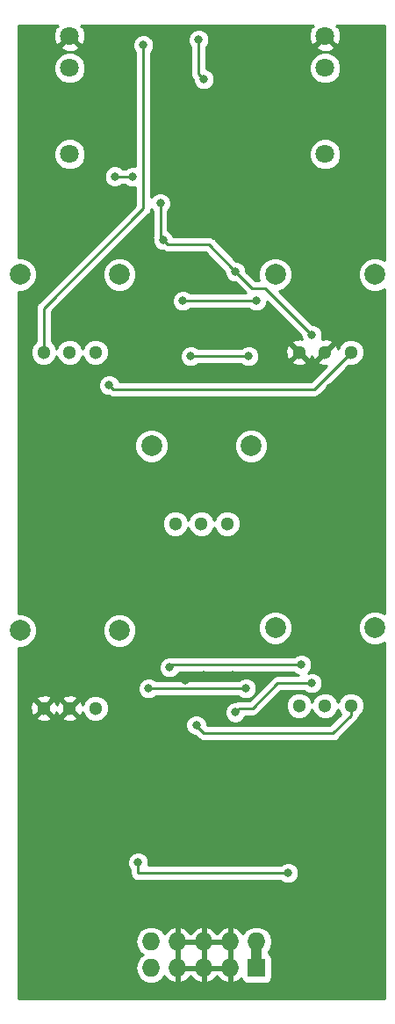
<source format=gbr>
G04 #@! TF.GenerationSoftware,KiCad,Pcbnew,5.0.2+dfsg1-1~bpo9+1*
G04 #@! TF.CreationDate,2019-04-11T13:04:55-07:00*
G04 #@! TF.ProjectId,Drum,4472756d-2e6b-4696-9361-645f70636258,rev?*
G04 #@! TF.SameCoordinates,Original*
G04 #@! TF.FileFunction,Copper,L1,Top*
G04 #@! TF.FilePolarity,Positive*
%FSLAX46Y46*%
G04 Gerber Fmt 4.6, Leading zero omitted, Abs format (unit mm)*
G04 Created by KiCad (PCBNEW 5.0.2+dfsg1-1~bpo9+1) date Thu 11 Apr 2019 01:04:55 PM PDT*
%MOMM*%
%LPD*%
G01*
G04 APERTURE LIST*
G04 #@! TA.AperFunction,ComponentPad*
%ADD10C,1.800000*%
G04 #@! TD*
G04 #@! TA.AperFunction,ComponentPad*
%ADD11C,2.000000*%
G04 #@! TD*
G04 #@! TA.AperFunction,ComponentPad*
%ADD12C,1.300000*%
G04 #@! TD*
G04 #@! TA.AperFunction,ComponentPad*
%ADD13O,1.727200X1.727200*%
G04 #@! TD*
G04 #@! TA.AperFunction,ComponentPad*
%ADD14R,1.727200X1.727200*%
G04 #@! TD*
G04 #@! TA.AperFunction,ViaPad*
%ADD15C,0.800000*%
G04 #@! TD*
G04 #@! TA.AperFunction,Conductor*
%ADD16C,0.250000*%
G04 #@! TD*
G04 #@! TA.AperFunction,Conductor*
%ADD17C,1.000000*%
G04 #@! TD*
G04 #@! TA.AperFunction,Conductor*
%ADD18C,0.254000*%
G04 #@! TD*
G04 APERTURE END LIST*
D10*
G04 #@! TO.P,J1,3*
G04 #@! TO.N,Net-(J1-Pad3)*
X144780000Y-60800000D03*
G04 #@! TO.P,J1,1*
G04 #@! TO.N,GND*
X144780000Y-49400000D03*
G04 #@! TO.P,J1,2*
G04 #@! TO.N,Net-(J1-Pad2)*
X144780000Y-52500000D03*
G04 #@! TD*
D11*
G04 #@! TO.P,RV1,*
G04 #@! TO.N,*
X174218000Y-72390000D03*
X164618000Y-72390000D03*
D12*
G04 #@! TO.P,RV1,3*
G04 #@! TO.N,Net-(R7-Pad1)*
X171918000Y-79890000D03*
G04 #@! TO.P,RV1,2*
G04 #@! TO.N,GND*
X169418000Y-79890000D03*
G04 #@! TO.P,RV1,1*
X166918000Y-79890000D03*
G04 #@! TD*
D11*
G04 #@! TO.P,RV3,*
G04 #@! TO.N,*
X162280000Y-88900000D03*
X152680000Y-88900000D03*
D12*
G04 #@! TO.P,RV3,3*
G04 #@! TO.N,Net-(R9-Pad2)*
X159980000Y-96400000D03*
G04 #@! TO.P,RV3,2*
G04 #@! TO.N,Net-(RV3-Pad1)*
X157480000Y-96400000D03*
G04 #@! TO.P,RV3,1*
X154980000Y-96400000D03*
G04 #@! TD*
D11*
G04 #@! TO.P,RV5,*
G04 #@! TO.N,*
X174218000Y-106426000D03*
X164618000Y-106426000D03*
D12*
G04 #@! TO.P,RV5,3*
G04 #@! TO.N,Net-(RV5-Pad3)*
X171918000Y-113926000D03*
G04 #@! TO.P,RV5,2*
G04 #@! TO.N,Net-(R12-Pad1)*
X169418000Y-113926000D03*
G04 #@! TO.P,RV5,1*
X166918000Y-113926000D03*
G04 #@! TD*
D11*
G04 #@! TO.P,RV4,*
G04 #@! TO.N,*
X149580000Y-106680000D03*
X139980000Y-106680000D03*
D12*
G04 #@! TO.P,RV4,3*
G04 #@! TO.N,Net-(R11-Pad1)*
X147280000Y-114180000D03*
G04 #@! TO.P,RV4,2*
G04 #@! TO.N,GND*
X144780000Y-114180000D03*
G04 #@! TO.P,RV4,1*
X142280000Y-114180000D03*
G04 #@! TD*
D11*
G04 #@! TO.P,RV2,*
G04 #@! TO.N,*
X149580000Y-72390000D03*
X139980000Y-72390000D03*
D12*
G04 #@! TO.P,RV2,3*
G04 #@! TO.N,Net-(R6-Pad2)*
X147280000Y-79890000D03*
G04 #@! TO.P,RV2,2*
X144780000Y-79890000D03*
G04 #@! TO.P,RV2,1*
G04 #@! TO.N,Net-(C7-Pad1)*
X142280000Y-79890000D03*
G04 #@! TD*
D13*
G04 #@! TO.P,J3,10*
G04 #@! TO.N,Net-(D1-Pad2)*
X152654000Y-136652000D03*
G04 #@! TO.P,J3,9*
X152654000Y-139192000D03*
G04 #@! TO.P,J3,8*
G04 #@! TO.N,GND*
X155194000Y-136652000D03*
G04 #@! TO.P,J3,7*
X155194000Y-139192000D03*
G04 #@! TO.P,J3,6*
X157734000Y-136652000D03*
G04 #@! TO.P,J3,5*
X157734000Y-139192000D03*
G04 #@! TO.P,J3,4*
X160274000Y-136652000D03*
G04 #@! TO.P,J3,3*
X160274000Y-139192000D03*
G04 #@! TO.P,J3,2*
G04 #@! TO.N,Net-(D2-Pad1)*
X162814000Y-136652000D03*
D14*
G04 #@! TO.P,J3,1*
X162814000Y-139192000D03*
G04 #@! TD*
D10*
G04 #@! TO.P,J2,3*
G04 #@! TO.N,Net-(C10-Pad2)*
X169418000Y-60800000D03*
G04 #@! TO.P,J2,1*
G04 #@! TO.N,GND*
X169418000Y-49400000D03*
G04 #@! TO.P,J2,2*
G04 #@! TO.N,Net-(J2-Pad2)*
X169418000Y-52500000D03*
G04 #@! TD*
D15*
G04 #@! TO.N,+5V*
X168148000Y-111760000D03*
G04 #@! TO.N,GND*
X160528000Y-59944000D03*
X156464000Y-60452000D03*
X154686000Y-57150000D03*
X143764000Y-58674000D03*
X141478000Y-52070000D03*
X154178000Y-51054000D03*
X159512000Y-52832000D03*
X163830000Y-68580000D03*
X155702000Y-72390000D03*
X153162000Y-79502000D03*
X150876000Y-76708000D03*
X165862000Y-84836000D03*
X169926000Y-83312000D03*
X150368000Y-100076000D03*
X153162000Y-109220000D03*
X156210000Y-104648000D03*
X155956000Y-111506000D03*
X160528000Y-110998000D03*
X157734000Y-110998000D03*
X154940000Y-123952000D03*
X156464000Y-122682000D03*
X159512000Y-131572000D03*
X167132000Y-136398000D03*
X146812000Y-118872000D03*
X170942000Y-94488000D03*
X163830000Y-95504000D03*
X170180000Y-72136000D03*
X171450000Y-57150000D03*
X144018000Y-65278000D03*
X144272000Y-85344000D03*
X147574000Y-112014000D03*
X141732000Y-122174000D03*
G04 #@! TO.N,Net-(R10-Pad1)*
X167132000Y-109982000D03*
X154432000Y-110236000D03*
G04 #@! TO.N,Net-(C7-Pad1)*
X151892000Y-50292000D03*
G04 #@! TO.N,Net-(R7-Pad1)*
X148590000Y-83058000D03*
G04 #@! TO.N,+5V*
X153526000Y-65532000D03*
X153822000Y-69088000D03*
X149148637Y-62941363D03*
X150876000Y-62992000D03*
X160768500Y-114567500D03*
X168148000Y-78232000D03*
X160782000Y-72136000D03*
G04 #@! TO.N,+12V*
X157226000Y-49784000D03*
X162052000Y-80264000D03*
X157734000Y-53594000D03*
X156464000Y-80264000D03*
G04 #@! TO.N,-12V*
X165862000Y-130048000D03*
X151384000Y-129032000D03*
X162814000Y-74930000D03*
X155702000Y-74930000D03*
G04 #@! TO.N,Net-(C15-Pad2)*
X152400000Y-112268000D03*
X161798000Y-112268000D03*
G04 #@! TO.N,Net-(RV5-Pad3)*
X156999990Y-115796010D03*
G04 #@! TD*
D16*
G04 #@! TO.N,Net-(R10-Pad1)*
X154686000Y-109982000D02*
X154432000Y-110236000D01*
X167132000Y-109982000D02*
X154686000Y-109982000D01*
G04 #@! TO.N,Net-(C7-Pad1)*
X142280000Y-79890000D02*
X142280000Y-75652000D01*
X142280000Y-75652000D02*
X151892000Y-66040000D01*
X151892000Y-66040000D02*
X151892000Y-50292000D01*
G04 #@! TO.N,Net-(R7-Pad1)*
X171268001Y-80539999D02*
X171918000Y-79890000D01*
X168350001Y-83457999D02*
X171268001Y-80539999D01*
X148989999Y-83457999D02*
X168350001Y-83457999D01*
X148590000Y-83058000D02*
X148989999Y-83457999D01*
G04 #@! TO.N,+5V*
X153526000Y-68792000D02*
X153822000Y-69088000D01*
X153526000Y-65532000D02*
X153526000Y-68792000D01*
X150876000Y-62992000D02*
X149148637Y-62941363D01*
X161168499Y-114167501D02*
X162438499Y-114167501D01*
X160768500Y-114567500D02*
X161168499Y-114167501D01*
X164846000Y-111760000D02*
X168148000Y-111760000D01*
X162438499Y-114167501D02*
X164846000Y-111760000D01*
X163631001Y-73715001D02*
X168148000Y-78232000D01*
X162361001Y-73715001D02*
X163631001Y-73715001D01*
X153822000Y-69088000D02*
X154221999Y-69487999D01*
X158242000Y-69487999D02*
X160528000Y-71882000D01*
X154221999Y-69487999D02*
X158242000Y-69487999D01*
X160528000Y-71882000D02*
X160782000Y-72136000D01*
X160782000Y-72136000D02*
X162361001Y-73715001D01*
G04 #@! TO.N,+12V*
X157226000Y-49784000D02*
X156972000Y-49784000D01*
X162052000Y-80264000D02*
X162052000Y-80264000D01*
X157226000Y-53086000D02*
X157734000Y-53594000D01*
X157226000Y-49784000D02*
X157226000Y-53086000D01*
X162052000Y-80264000D02*
X156464000Y-80264000D01*
G04 #@! TO.N,-12V*
X151384000Y-129032000D02*
X151384000Y-130048000D01*
X151384000Y-130048000D02*
X165296315Y-130048000D01*
X165296315Y-130048000D02*
X165862000Y-130048000D01*
X162814000Y-74930000D02*
X155702000Y-74930000D01*
D17*
G04 #@! TO.N,Net-(D2-Pad1)*
X162814000Y-136652000D02*
X162814000Y-139192000D01*
D16*
G04 #@! TO.N,Net-(C15-Pad2)*
X161798000Y-112268000D02*
X152400000Y-112268000D01*
G04 #@! TO.N,Net-(RV5-Pad3)*
X171918000Y-114845238D02*
X170177238Y-116586000D01*
X171918000Y-113926000D02*
X171918000Y-114845238D01*
X170177238Y-116586000D02*
X157734000Y-116586000D01*
X157734000Y-116586000D02*
X156972000Y-115824000D01*
G04 #@! TD*
D18*
G04 #@! TO.N,GND*
G36*
X143699839Y-48499447D02*
X143443357Y-48585852D01*
X143233542Y-49159336D01*
X143259161Y-49769460D01*
X143443357Y-50214148D01*
X143699841Y-50300554D01*
X144600395Y-49400000D01*
X144586253Y-49385858D01*
X144765858Y-49206253D01*
X144780000Y-49220395D01*
X144794143Y-49206253D01*
X144973748Y-49385858D01*
X144959605Y-49400000D01*
X145860159Y-50300554D01*
X146116643Y-50214148D01*
X146326458Y-49640664D01*
X146300839Y-49030540D01*
X146116643Y-48585852D01*
X145860161Y-48499447D01*
X145972608Y-48387000D01*
X168225392Y-48387000D01*
X168337839Y-48499447D01*
X168081357Y-48585852D01*
X167871542Y-49159336D01*
X167897161Y-49769460D01*
X168081357Y-50214148D01*
X168337841Y-50300554D01*
X169238395Y-49400000D01*
X169224253Y-49385858D01*
X169403858Y-49206253D01*
X169418000Y-49220395D01*
X169432143Y-49206253D01*
X169611748Y-49385858D01*
X169597605Y-49400000D01*
X170498159Y-50300554D01*
X170754643Y-50214148D01*
X170964458Y-49640664D01*
X170938839Y-49030540D01*
X170754643Y-48585852D01*
X170498161Y-48499447D01*
X170610608Y-48387000D01*
X175133000Y-48387000D01*
X175133000Y-70999294D01*
X174543222Y-70755000D01*
X173892778Y-70755000D01*
X173291847Y-71003914D01*
X172831914Y-71463847D01*
X172583000Y-72064778D01*
X172583000Y-72715222D01*
X172831914Y-73316153D01*
X173291847Y-73776086D01*
X173892778Y-74025000D01*
X174543222Y-74025000D01*
X175133000Y-73780706D01*
X175133000Y-105035294D01*
X174543222Y-104791000D01*
X173892778Y-104791000D01*
X173291847Y-105039914D01*
X172831914Y-105499847D01*
X172583000Y-106100778D01*
X172583000Y-106751222D01*
X172831914Y-107352153D01*
X173291847Y-107812086D01*
X173892778Y-108061000D01*
X174543222Y-108061000D01*
X175133000Y-107816706D01*
X175133000Y-142113000D01*
X139827000Y-142113000D01*
X139827000Y-136652000D01*
X151126041Y-136652000D01*
X151242350Y-137236725D01*
X151573570Y-137732430D01*
X151857281Y-137922000D01*
X151573570Y-138111570D01*
X151242350Y-138607275D01*
X151126041Y-139192000D01*
X151242350Y-139776725D01*
X151573570Y-140272430D01*
X152069275Y-140603650D01*
X152506402Y-140690600D01*
X152801598Y-140690600D01*
X153238725Y-140603650D01*
X153734430Y-140272430D01*
X153935854Y-139970979D01*
X153987179Y-140080490D01*
X154419053Y-140474688D01*
X154834974Y-140646958D01*
X155067000Y-140525817D01*
X155067000Y-139319000D01*
X155321000Y-139319000D01*
X155321000Y-140525817D01*
X155553026Y-140646958D01*
X155968947Y-140474688D01*
X156400821Y-140080490D01*
X156464000Y-139945687D01*
X156527179Y-140080490D01*
X156959053Y-140474688D01*
X157374974Y-140646958D01*
X157607000Y-140525817D01*
X157607000Y-139319000D01*
X157861000Y-139319000D01*
X157861000Y-140525817D01*
X158093026Y-140646958D01*
X158508947Y-140474688D01*
X158940821Y-140080490D01*
X159004000Y-139945687D01*
X159067179Y-140080490D01*
X159499053Y-140474688D01*
X159914974Y-140646958D01*
X160147000Y-140525817D01*
X160147000Y-139319000D01*
X157861000Y-139319000D01*
X157607000Y-139319000D01*
X155321000Y-139319000D01*
X155067000Y-139319000D01*
X155047000Y-139319000D01*
X155047000Y-139065000D01*
X155067000Y-139065000D01*
X155067000Y-136779000D01*
X155321000Y-136779000D01*
X155321000Y-139065000D01*
X157607000Y-139065000D01*
X157607000Y-136779000D01*
X157861000Y-136779000D01*
X157861000Y-139065000D01*
X160147000Y-139065000D01*
X160147000Y-136779000D01*
X157861000Y-136779000D01*
X157607000Y-136779000D01*
X155321000Y-136779000D01*
X155067000Y-136779000D01*
X155047000Y-136779000D01*
X155047000Y-136525000D01*
X155067000Y-136525000D01*
X155067000Y-135318183D01*
X155321000Y-135318183D01*
X155321000Y-136525000D01*
X157607000Y-136525000D01*
X157607000Y-135318183D01*
X157861000Y-135318183D01*
X157861000Y-136525000D01*
X160147000Y-136525000D01*
X160147000Y-135318183D01*
X160401000Y-135318183D01*
X160401000Y-136525000D01*
X160421000Y-136525000D01*
X160421000Y-136779000D01*
X160401000Y-136779000D01*
X160401000Y-139065000D01*
X160421000Y-139065000D01*
X160421000Y-139319000D01*
X160401000Y-139319000D01*
X160401000Y-140525817D01*
X160633026Y-140646958D01*
X161048947Y-140474688D01*
X161334480Y-140214064D01*
X161352243Y-140303365D01*
X161492591Y-140513409D01*
X161702635Y-140653757D01*
X161950400Y-140703040D01*
X163677600Y-140703040D01*
X163925365Y-140653757D01*
X164135409Y-140513409D01*
X164275757Y-140303365D01*
X164325040Y-140055600D01*
X164325040Y-138328400D01*
X164275757Y-138080635D01*
X164135409Y-137870591D01*
X163949000Y-137746036D01*
X163949000Y-137650760D01*
X164225650Y-137236725D01*
X164341959Y-136652000D01*
X164225650Y-136067275D01*
X163894430Y-135571570D01*
X163398725Y-135240350D01*
X162961598Y-135153400D01*
X162666402Y-135153400D01*
X162229275Y-135240350D01*
X161733570Y-135571570D01*
X161532146Y-135873021D01*
X161480821Y-135763510D01*
X161048947Y-135369312D01*
X160633026Y-135197042D01*
X160401000Y-135318183D01*
X160147000Y-135318183D01*
X159914974Y-135197042D01*
X159499053Y-135369312D01*
X159067179Y-135763510D01*
X159004000Y-135898313D01*
X158940821Y-135763510D01*
X158508947Y-135369312D01*
X158093026Y-135197042D01*
X157861000Y-135318183D01*
X157607000Y-135318183D01*
X157374974Y-135197042D01*
X156959053Y-135369312D01*
X156527179Y-135763510D01*
X156464000Y-135898313D01*
X156400821Y-135763510D01*
X155968947Y-135369312D01*
X155553026Y-135197042D01*
X155321000Y-135318183D01*
X155067000Y-135318183D01*
X154834974Y-135197042D01*
X154419053Y-135369312D01*
X153987179Y-135763510D01*
X153935854Y-135873021D01*
X153734430Y-135571570D01*
X153238725Y-135240350D01*
X152801598Y-135153400D01*
X152506402Y-135153400D01*
X152069275Y-135240350D01*
X151573570Y-135571570D01*
X151242350Y-136067275D01*
X151126041Y-136652000D01*
X139827000Y-136652000D01*
X139827000Y-128826126D01*
X150349000Y-128826126D01*
X150349000Y-129237874D01*
X150506569Y-129618280D01*
X150624001Y-129735712D01*
X150624001Y-129973144D01*
X150609111Y-130048000D01*
X150668096Y-130344537D01*
X150836071Y-130595929D01*
X151087463Y-130763904D01*
X151309148Y-130808000D01*
X151384000Y-130822889D01*
X151458852Y-130808000D01*
X165158289Y-130808000D01*
X165275720Y-130925431D01*
X165656126Y-131083000D01*
X166067874Y-131083000D01*
X166448280Y-130925431D01*
X166739431Y-130634280D01*
X166897000Y-130253874D01*
X166897000Y-129842126D01*
X166739431Y-129461720D01*
X166448280Y-129170569D01*
X166067874Y-129013000D01*
X165656126Y-129013000D01*
X165275720Y-129170569D01*
X165158289Y-129288000D01*
X152398237Y-129288000D01*
X152419000Y-129237874D01*
X152419000Y-128826126D01*
X152261431Y-128445720D01*
X151970280Y-128154569D01*
X151589874Y-127997000D01*
X151178126Y-127997000D01*
X150797720Y-128154569D01*
X150506569Y-128445720D01*
X150349000Y-128826126D01*
X139827000Y-128826126D01*
X139827000Y-115590136D01*
X155964990Y-115590136D01*
X155964990Y-116001884D01*
X156122559Y-116382290D01*
X156413710Y-116673441D01*
X156794116Y-116831010D01*
X156904208Y-116831010D01*
X157143671Y-117070473D01*
X157186071Y-117133929D01*
X157249527Y-117176329D01*
X157437462Y-117301904D01*
X157485605Y-117311480D01*
X157659148Y-117346000D01*
X157659152Y-117346000D01*
X157734000Y-117360888D01*
X157808848Y-117346000D01*
X170102391Y-117346000D01*
X170177238Y-117360888D01*
X170252085Y-117346000D01*
X170252090Y-117346000D01*
X170473775Y-117301904D01*
X170725167Y-117133929D01*
X170767569Y-117070470D01*
X172402473Y-115435567D01*
X172465929Y-115393167D01*
X172633904Y-115141775D01*
X172662313Y-114998952D01*
X173007371Y-114653894D01*
X173203000Y-114181602D01*
X173203000Y-113670398D01*
X173007371Y-113198106D01*
X172645894Y-112836629D01*
X172173602Y-112641000D01*
X171662398Y-112641000D01*
X171190106Y-112836629D01*
X170828629Y-113198106D01*
X170668000Y-113585900D01*
X170507371Y-113198106D01*
X170145894Y-112836629D01*
X169673602Y-112641000D01*
X169162398Y-112641000D01*
X168690106Y-112836629D01*
X168328629Y-113198106D01*
X168168000Y-113585900D01*
X168007371Y-113198106D01*
X167645894Y-112836629D01*
X167173602Y-112641000D01*
X166662398Y-112641000D01*
X166190106Y-112836629D01*
X165828629Y-113198106D01*
X165633000Y-113670398D01*
X165633000Y-114181602D01*
X165828629Y-114653894D01*
X166190106Y-115015371D01*
X166662398Y-115211000D01*
X167173602Y-115211000D01*
X167645894Y-115015371D01*
X168007371Y-114653894D01*
X168168000Y-114266100D01*
X168328629Y-114653894D01*
X168690106Y-115015371D01*
X169162398Y-115211000D01*
X169673602Y-115211000D01*
X170145894Y-115015371D01*
X170507371Y-114653894D01*
X170668000Y-114266100D01*
X170828629Y-114653894D01*
X170931586Y-114756851D01*
X169862437Y-115826000D01*
X158048802Y-115826000D01*
X158034990Y-115812188D01*
X158034990Y-115590136D01*
X157877421Y-115209730D01*
X157586270Y-114918579D01*
X157205864Y-114761010D01*
X156794116Y-114761010D01*
X156413710Y-114918579D01*
X156122559Y-115209730D01*
X155964990Y-115590136D01*
X139827000Y-115590136D01*
X139827000Y-115079016D01*
X141560590Y-115079016D01*
X141616271Y-115309611D01*
X142099078Y-115477622D01*
X142609428Y-115448083D01*
X142943729Y-115309611D01*
X142999410Y-115079016D01*
X144060590Y-115079016D01*
X144116271Y-115309611D01*
X144599078Y-115477622D01*
X145109428Y-115448083D01*
X145443729Y-115309611D01*
X145499410Y-115079016D01*
X144780000Y-114359605D01*
X144060590Y-115079016D01*
X142999410Y-115079016D01*
X142280000Y-114359605D01*
X141560590Y-115079016D01*
X139827000Y-115079016D01*
X139827000Y-113999078D01*
X140982378Y-113999078D01*
X141011917Y-114509428D01*
X141150389Y-114843729D01*
X141380984Y-114899410D01*
X142100395Y-114180000D01*
X142459605Y-114180000D01*
X143179016Y-114899410D01*
X143409611Y-114843729D01*
X143519540Y-114527831D01*
X143650389Y-114843729D01*
X143880984Y-114899410D01*
X144600395Y-114180000D01*
X144959605Y-114180000D01*
X145679016Y-114899410D01*
X145909611Y-114843729D01*
X146025777Y-114509906D01*
X146190629Y-114907894D01*
X146552106Y-115269371D01*
X147024398Y-115465000D01*
X147535602Y-115465000D01*
X148007894Y-115269371D01*
X148369371Y-114907894D01*
X148565000Y-114435602D01*
X148565000Y-113924398D01*
X148369371Y-113452106D01*
X148007894Y-113090629D01*
X147535602Y-112895000D01*
X147024398Y-112895000D01*
X146552106Y-113090629D01*
X146190629Y-113452106D01*
X146036831Y-113823408D01*
X145909611Y-113516271D01*
X145679016Y-113460590D01*
X144959605Y-114180000D01*
X144600395Y-114180000D01*
X143880984Y-113460590D01*
X143650389Y-113516271D01*
X143540460Y-113832169D01*
X143409611Y-113516271D01*
X143179016Y-113460590D01*
X142459605Y-114180000D01*
X142100395Y-114180000D01*
X141380984Y-113460590D01*
X141150389Y-113516271D01*
X140982378Y-113999078D01*
X139827000Y-113999078D01*
X139827000Y-113280984D01*
X141560590Y-113280984D01*
X142280000Y-114000395D01*
X142999410Y-113280984D01*
X144060590Y-113280984D01*
X144780000Y-114000395D01*
X145499410Y-113280984D01*
X145443729Y-113050389D01*
X144960922Y-112882378D01*
X144450572Y-112911917D01*
X144116271Y-113050389D01*
X144060590Y-113280984D01*
X142999410Y-113280984D01*
X142943729Y-113050389D01*
X142460922Y-112882378D01*
X141950572Y-112911917D01*
X141616271Y-113050389D01*
X141560590Y-113280984D01*
X139827000Y-113280984D01*
X139827000Y-112062126D01*
X151365000Y-112062126D01*
X151365000Y-112473874D01*
X151522569Y-112854280D01*
X151813720Y-113145431D01*
X152194126Y-113303000D01*
X152605874Y-113303000D01*
X152986280Y-113145431D01*
X153103711Y-113028000D01*
X161094289Y-113028000D01*
X161211720Y-113145431D01*
X161592126Y-113303000D01*
X162003874Y-113303000D01*
X162384280Y-113145431D01*
X162675431Y-112854280D01*
X162833000Y-112473874D01*
X162833000Y-112062126D01*
X162675431Y-111681720D01*
X162384280Y-111390569D01*
X162003874Y-111233000D01*
X161592126Y-111233000D01*
X161211720Y-111390569D01*
X161094289Y-111508000D01*
X153103711Y-111508000D01*
X152986280Y-111390569D01*
X152605874Y-111233000D01*
X152194126Y-111233000D01*
X151813720Y-111390569D01*
X151522569Y-111681720D01*
X151365000Y-112062126D01*
X139827000Y-112062126D01*
X139827000Y-110030126D01*
X153397000Y-110030126D01*
X153397000Y-110441874D01*
X153554569Y-110822280D01*
X153845720Y-111113431D01*
X154226126Y-111271000D01*
X154637874Y-111271000D01*
X155018280Y-111113431D01*
X155309431Y-110822280D01*
X155342684Y-110742000D01*
X166428289Y-110742000D01*
X166545720Y-110859431D01*
X166885084Y-111000000D01*
X164920848Y-111000000D01*
X164846000Y-110985112D01*
X164771152Y-111000000D01*
X164771148Y-111000000D01*
X164549463Y-111044096D01*
X164298071Y-111212071D01*
X164255671Y-111275527D01*
X162123698Y-113407501D01*
X161243345Y-113407501D01*
X161168498Y-113392613D01*
X161093651Y-113407501D01*
X161093647Y-113407501D01*
X160871962Y-113451597D01*
X160750882Y-113532500D01*
X160562626Y-113532500D01*
X160182220Y-113690069D01*
X159891069Y-113981220D01*
X159733500Y-114361626D01*
X159733500Y-114773374D01*
X159891069Y-115153780D01*
X160182220Y-115444931D01*
X160562626Y-115602500D01*
X160974374Y-115602500D01*
X161354780Y-115444931D01*
X161645931Y-115153780D01*
X161739659Y-114927501D01*
X162363652Y-114927501D01*
X162438499Y-114942389D01*
X162513346Y-114927501D01*
X162513351Y-114927501D01*
X162735036Y-114883405D01*
X162986428Y-114715430D01*
X163028830Y-114651971D01*
X165160802Y-112520000D01*
X167444289Y-112520000D01*
X167561720Y-112637431D01*
X167942126Y-112795000D01*
X168353874Y-112795000D01*
X168734280Y-112637431D01*
X169025431Y-112346280D01*
X169183000Y-111965874D01*
X169183000Y-111554126D01*
X169025431Y-111173720D01*
X168734280Y-110882569D01*
X168353874Y-110725000D01*
X167942126Y-110725000D01*
X167789485Y-110788226D01*
X168009431Y-110568280D01*
X168167000Y-110187874D01*
X168167000Y-109776126D01*
X168009431Y-109395720D01*
X167718280Y-109104569D01*
X167337874Y-108947000D01*
X166926126Y-108947000D01*
X166545720Y-109104569D01*
X166428289Y-109222000D01*
X154760846Y-109222000D01*
X154685999Y-109207112D01*
X154663456Y-109211596D01*
X154637874Y-109201000D01*
X154226126Y-109201000D01*
X153845720Y-109358569D01*
X153554569Y-109649720D01*
X153397000Y-110030126D01*
X139827000Y-110030126D01*
X139827000Y-108315000D01*
X140305222Y-108315000D01*
X140906153Y-108066086D01*
X141366086Y-107606153D01*
X141615000Y-107005222D01*
X141615000Y-106354778D01*
X147945000Y-106354778D01*
X147945000Y-107005222D01*
X148193914Y-107606153D01*
X148653847Y-108066086D01*
X149254778Y-108315000D01*
X149905222Y-108315000D01*
X150506153Y-108066086D01*
X150966086Y-107606153D01*
X151215000Y-107005222D01*
X151215000Y-106354778D01*
X151109790Y-106100778D01*
X162983000Y-106100778D01*
X162983000Y-106751222D01*
X163231914Y-107352153D01*
X163691847Y-107812086D01*
X164292778Y-108061000D01*
X164943222Y-108061000D01*
X165544153Y-107812086D01*
X166004086Y-107352153D01*
X166253000Y-106751222D01*
X166253000Y-106100778D01*
X166004086Y-105499847D01*
X165544153Y-105039914D01*
X164943222Y-104791000D01*
X164292778Y-104791000D01*
X163691847Y-105039914D01*
X163231914Y-105499847D01*
X162983000Y-106100778D01*
X151109790Y-106100778D01*
X150966086Y-105753847D01*
X150506153Y-105293914D01*
X149905222Y-105045000D01*
X149254778Y-105045000D01*
X148653847Y-105293914D01*
X148193914Y-105753847D01*
X147945000Y-106354778D01*
X141615000Y-106354778D01*
X141366086Y-105753847D01*
X140906153Y-105293914D01*
X140305222Y-105045000D01*
X139827000Y-105045000D01*
X139827000Y-96144398D01*
X153695000Y-96144398D01*
X153695000Y-96655602D01*
X153890629Y-97127894D01*
X154252106Y-97489371D01*
X154724398Y-97685000D01*
X155235602Y-97685000D01*
X155707894Y-97489371D01*
X156069371Y-97127894D01*
X156230000Y-96740100D01*
X156390629Y-97127894D01*
X156752106Y-97489371D01*
X157224398Y-97685000D01*
X157735602Y-97685000D01*
X158207894Y-97489371D01*
X158569371Y-97127894D01*
X158730000Y-96740100D01*
X158890629Y-97127894D01*
X159252106Y-97489371D01*
X159724398Y-97685000D01*
X160235602Y-97685000D01*
X160707894Y-97489371D01*
X161069371Y-97127894D01*
X161265000Y-96655602D01*
X161265000Y-96144398D01*
X161069371Y-95672106D01*
X160707894Y-95310629D01*
X160235602Y-95115000D01*
X159724398Y-95115000D01*
X159252106Y-95310629D01*
X158890629Y-95672106D01*
X158730000Y-96059900D01*
X158569371Y-95672106D01*
X158207894Y-95310629D01*
X157735602Y-95115000D01*
X157224398Y-95115000D01*
X156752106Y-95310629D01*
X156390629Y-95672106D01*
X156230000Y-96059900D01*
X156069371Y-95672106D01*
X155707894Y-95310629D01*
X155235602Y-95115000D01*
X154724398Y-95115000D01*
X154252106Y-95310629D01*
X153890629Y-95672106D01*
X153695000Y-96144398D01*
X139827000Y-96144398D01*
X139827000Y-88574778D01*
X151045000Y-88574778D01*
X151045000Y-89225222D01*
X151293914Y-89826153D01*
X151753847Y-90286086D01*
X152354778Y-90535000D01*
X153005222Y-90535000D01*
X153606153Y-90286086D01*
X154066086Y-89826153D01*
X154315000Y-89225222D01*
X154315000Y-88574778D01*
X160645000Y-88574778D01*
X160645000Y-89225222D01*
X160893914Y-89826153D01*
X161353847Y-90286086D01*
X161954778Y-90535000D01*
X162605222Y-90535000D01*
X163206153Y-90286086D01*
X163666086Y-89826153D01*
X163915000Y-89225222D01*
X163915000Y-88574778D01*
X163666086Y-87973847D01*
X163206153Y-87513914D01*
X162605222Y-87265000D01*
X161954778Y-87265000D01*
X161353847Y-87513914D01*
X160893914Y-87973847D01*
X160645000Y-88574778D01*
X154315000Y-88574778D01*
X154066086Y-87973847D01*
X153606153Y-87513914D01*
X153005222Y-87265000D01*
X152354778Y-87265000D01*
X151753847Y-87513914D01*
X151293914Y-87973847D01*
X151045000Y-88574778D01*
X139827000Y-88574778D01*
X139827000Y-82852126D01*
X147555000Y-82852126D01*
X147555000Y-83263874D01*
X147712569Y-83644280D01*
X148003720Y-83935431D01*
X148384126Y-84093000D01*
X148572382Y-84093000D01*
X148693462Y-84173903D01*
X148915147Y-84217999D01*
X148915151Y-84217999D01*
X148989998Y-84232887D01*
X149064845Y-84217999D01*
X168275154Y-84217999D01*
X168350001Y-84232887D01*
X168424848Y-84217999D01*
X168424853Y-84217999D01*
X168646538Y-84173903D01*
X168897930Y-84005928D01*
X168940332Y-83942469D01*
X171707802Y-81175000D01*
X172173602Y-81175000D01*
X172645894Y-80979371D01*
X173007371Y-80617894D01*
X173203000Y-80145602D01*
X173203000Y-79634398D01*
X173007371Y-79162106D01*
X172645894Y-78800629D01*
X172173602Y-78605000D01*
X171662398Y-78605000D01*
X171190106Y-78800629D01*
X170828629Y-79162106D01*
X170674831Y-79533408D01*
X170547611Y-79226271D01*
X170317016Y-79170590D01*
X169597605Y-79890000D01*
X169611748Y-79904142D01*
X169432142Y-80083748D01*
X169418000Y-80069605D01*
X168698590Y-80789016D01*
X168754271Y-81019611D01*
X169237078Y-81187622D01*
X169564529Y-81168669D01*
X168035200Y-82697999D01*
X149561159Y-82697999D01*
X149467431Y-82471720D01*
X149176280Y-82180569D01*
X148795874Y-82023000D01*
X148384126Y-82023000D01*
X148003720Y-82180569D01*
X147712569Y-82471720D01*
X147555000Y-82852126D01*
X139827000Y-82852126D01*
X139827000Y-79634398D01*
X140995000Y-79634398D01*
X140995000Y-80145602D01*
X141190629Y-80617894D01*
X141552106Y-80979371D01*
X142024398Y-81175000D01*
X142535602Y-81175000D01*
X143007894Y-80979371D01*
X143369371Y-80617894D01*
X143530000Y-80230100D01*
X143690629Y-80617894D01*
X144052106Y-80979371D01*
X144524398Y-81175000D01*
X145035602Y-81175000D01*
X145507894Y-80979371D01*
X145869371Y-80617894D01*
X146030000Y-80230100D01*
X146190629Y-80617894D01*
X146552106Y-80979371D01*
X147024398Y-81175000D01*
X147535602Y-81175000D01*
X148007894Y-80979371D01*
X148369371Y-80617894D01*
X148565000Y-80145602D01*
X148565000Y-80058126D01*
X155429000Y-80058126D01*
X155429000Y-80469874D01*
X155586569Y-80850280D01*
X155877720Y-81141431D01*
X156258126Y-81299000D01*
X156669874Y-81299000D01*
X157050280Y-81141431D01*
X157167711Y-81024000D01*
X161348289Y-81024000D01*
X161465720Y-81141431D01*
X161846126Y-81299000D01*
X162257874Y-81299000D01*
X162638280Y-81141431D01*
X162929431Y-80850280D01*
X162954807Y-80789016D01*
X166198590Y-80789016D01*
X166254271Y-81019611D01*
X166737078Y-81187622D01*
X167247428Y-81158083D01*
X167581729Y-81019611D01*
X167637410Y-80789016D01*
X166918000Y-80069605D01*
X166198590Y-80789016D01*
X162954807Y-80789016D01*
X163087000Y-80469874D01*
X163087000Y-80058126D01*
X162942420Y-79709078D01*
X165620378Y-79709078D01*
X165649917Y-80219428D01*
X165788389Y-80553729D01*
X166018984Y-80609410D01*
X166738395Y-79890000D01*
X166018984Y-79170590D01*
X165788389Y-79226271D01*
X165620378Y-79709078D01*
X162942420Y-79709078D01*
X162929431Y-79677720D01*
X162638280Y-79386569D01*
X162257874Y-79229000D01*
X161846126Y-79229000D01*
X161465720Y-79386569D01*
X161348289Y-79504000D01*
X157167711Y-79504000D01*
X157050280Y-79386569D01*
X156669874Y-79229000D01*
X156258126Y-79229000D01*
X155877720Y-79386569D01*
X155586569Y-79677720D01*
X155429000Y-80058126D01*
X148565000Y-80058126D01*
X148565000Y-79634398D01*
X148369371Y-79162106D01*
X148007894Y-78800629D01*
X147535602Y-78605000D01*
X147024398Y-78605000D01*
X146552106Y-78800629D01*
X146190629Y-79162106D01*
X146030000Y-79549900D01*
X145869371Y-79162106D01*
X145507894Y-78800629D01*
X145035602Y-78605000D01*
X144524398Y-78605000D01*
X144052106Y-78800629D01*
X143690629Y-79162106D01*
X143530000Y-79549900D01*
X143369371Y-79162106D01*
X143040000Y-78832735D01*
X143040000Y-75966801D01*
X146942023Y-72064778D01*
X147945000Y-72064778D01*
X147945000Y-72715222D01*
X148193914Y-73316153D01*
X148653847Y-73776086D01*
X149254778Y-74025000D01*
X149905222Y-74025000D01*
X150506153Y-73776086D01*
X150966086Y-73316153D01*
X151215000Y-72715222D01*
X151215000Y-72064778D01*
X150966086Y-71463847D01*
X150506153Y-71003914D01*
X149905222Y-70755000D01*
X149254778Y-70755000D01*
X148653847Y-71003914D01*
X148193914Y-71463847D01*
X147945000Y-72064778D01*
X146942023Y-72064778D01*
X152376473Y-66630329D01*
X152439929Y-66587929D01*
X152559198Y-66409431D01*
X152607904Y-66336538D01*
X152617480Y-66288395D01*
X152650862Y-66120573D01*
X152766000Y-66235711D01*
X152766001Y-68717148D01*
X152751112Y-68792000D01*
X152787000Y-68972421D01*
X152787000Y-69293874D01*
X152944569Y-69674280D01*
X153235720Y-69965431D01*
X153616126Y-70123000D01*
X153804382Y-70123000D01*
X153925462Y-70203903D01*
X154147147Y-70247999D01*
X154147151Y-70247999D01*
X154221998Y-70262887D01*
X154296845Y-70247999D01*
X157916877Y-70247999D01*
X159747000Y-72164586D01*
X159747000Y-72341874D01*
X159904569Y-72722280D01*
X160195720Y-73013431D01*
X160576126Y-73171000D01*
X160742199Y-73171000D01*
X161741198Y-74170000D01*
X156405711Y-74170000D01*
X156288280Y-74052569D01*
X155907874Y-73895000D01*
X155496126Y-73895000D01*
X155115720Y-74052569D01*
X154824569Y-74343720D01*
X154667000Y-74724126D01*
X154667000Y-75135874D01*
X154824569Y-75516280D01*
X155115720Y-75807431D01*
X155496126Y-75965000D01*
X155907874Y-75965000D01*
X156288280Y-75807431D01*
X156405711Y-75690000D01*
X162110289Y-75690000D01*
X162227720Y-75807431D01*
X162608126Y-75965000D01*
X163019874Y-75965000D01*
X163400280Y-75807431D01*
X163691431Y-75516280D01*
X163849000Y-75135874D01*
X163849000Y-75007801D01*
X167113000Y-78271802D01*
X167113000Y-78437874D01*
X167190147Y-78624123D01*
X167098922Y-78592378D01*
X166588572Y-78621917D01*
X166254271Y-78760389D01*
X166198590Y-78990984D01*
X166918000Y-79710395D01*
X166932143Y-79696253D01*
X167111748Y-79875858D01*
X167097605Y-79890000D01*
X167817016Y-80609410D01*
X168047611Y-80553729D01*
X168157540Y-80237831D01*
X168288389Y-80553729D01*
X168518984Y-80609410D01*
X169238395Y-79890000D01*
X169224252Y-79875858D01*
X169403858Y-79696253D01*
X169418000Y-79710395D01*
X170137410Y-78990984D01*
X170081729Y-78760389D01*
X169598922Y-78592378D01*
X169107214Y-78620838D01*
X169183000Y-78437874D01*
X169183000Y-78026126D01*
X169025431Y-77645720D01*
X168734280Y-77354569D01*
X168353874Y-77197000D01*
X168187802Y-77197000D01*
X164994543Y-74003742D01*
X165544153Y-73776086D01*
X166004086Y-73316153D01*
X166253000Y-72715222D01*
X166253000Y-72064778D01*
X166004086Y-71463847D01*
X165544153Y-71003914D01*
X164943222Y-70755000D01*
X164292778Y-70755000D01*
X163691847Y-71003914D01*
X163231914Y-71463847D01*
X162983000Y-72064778D01*
X162983000Y-72715222D01*
X163082320Y-72955001D01*
X162675803Y-72955001D01*
X161817000Y-72096199D01*
X161817000Y-71930126D01*
X161659431Y-71549720D01*
X161368280Y-71258569D01*
X160987874Y-71101000D01*
X160833071Y-71101000D01*
X158837242Y-69010879D01*
X158789929Y-68940070D01*
X158671508Y-68860943D01*
X158554974Y-68779128D01*
X158546101Y-68777149D01*
X158538537Y-68772095D01*
X158398826Y-68744305D01*
X158259877Y-68713317D01*
X158175996Y-68727999D01*
X154793159Y-68727999D01*
X154699431Y-68501720D01*
X154408280Y-68210569D01*
X154286000Y-68159919D01*
X154286000Y-66235711D01*
X154403431Y-66118280D01*
X154561000Y-65737874D01*
X154561000Y-65326126D01*
X154403431Y-64945720D01*
X154112280Y-64654569D01*
X153731874Y-64497000D01*
X153320126Y-64497000D01*
X152939720Y-64654569D01*
X152652000Y-64942289D01*
X152652000Y-60494670D01*
X167883000Y-60494670D01*
X167883000Y-61105330D01*
X168116690Y-61669507D01*
X168548493Y-62101310D01*
X169112670Y-62335000D01*
X169723330Y-62335000D01*
X170287507Y-62101310D01*
X170719310Y-61669507D01*
X170953000Y-61105330D01*
X170953000Y-60494670D01*
X170719310Y-59930493D01*
X170287507Y-59498690D01*
X169723330Y-59265000D01*
X169112670Y-59265000D01*
X168548493Y-59498690D01*
X168116690Y-59930493D01*
X167883000Y-60494670D01*
X152652000Y-60494670D01*
X152652000Y-50995711D01*
X152769431Y-50878280D01*
X152927000Y-50497874D01*
X152927000Y-50086126D01*
X152769431Y-49705720D01*
X152641837Y-49578126D01*
X156191000Y-49578126D01*
X156191000Y-49989874D01*
X156348569Y-50370280D01*
X156466000Y-50487711D01*
X156466001Y-53011148D01*
X156451112Y-53086000D01*
X156466001Y-53160852D01*
X156510097Y-53382537D01*
X156678072Y-53633929D01*
X156699000Y-53647913D01*
X156699000Y-53799874D01*
X156856569Y-54180280D01*
X157147720Y-54471431D01*
X157528126Y-54629000D01*
X157939874Y-54629000D01*
X158320280Y-54471431D01*
X158611431Y-54180280D01*
X158769000Y-53799874D01*
X158769000Y-53388126D01*
X158611431Y-53007720D01*
X158320280Y-52716569D01*
X157986000Y-52578106D01*
X157986000Y-52194670D01*
X167883000Y-52194670D01*
X167883000Y-52805330D01*
X168116690Y-53369507D01*
X168548493Y-53801310D01*
X169112670Y-54035000D01*
X169723330Y-54035000D01*
X170287507Y-53801310D01*
X170719310Y-53369507D01*
X170953000Y-52805330D01*
X170953000Y-52194670D01*
X170719310Y-51630493D01*
X170287507Y-51198690D01*
X169723330Y-50965000D01*
X169112670Y-50965000D01*
X168548493Y-51198690D01*
X168116690Y-51630493D01*
X167883000Y-52194670D01*
X157986000Y-52194670D01*
X157986000Y-50487711D01*
X157993552Y-50480159D01*
X168517446Y-50480159D01*
X168603852Y-50736643D01*
X169177336Y-50946458D01*
X169787460Y-50920839D01*
X170232148Y-50736643D01*
X170318554Y-50480159D01*
X169418000Y-49579605D01*
X168517446Y-50480159D01*
X157993552Y-50480159D01*
X158103431Y-50370280D01*
X158261000Y-49989874D01*
X158261000Y-49578126D01*
X158103431Y-49197720D01*
X157812280Y-48906569D01*
X157431874Y-48749000D01*
X157020126Y-48749000D01*
X156639720Y-48906569D01*
X156348569Y-49197720D01*
X156191000Y-49578126D01*
X152641837Y-49578126D01*
X152478280Y-49414569D01*
X152097874Y-49257000D01*
X151686126Y-49257000D01*
X151305720Y-49414569D01*
X151014569Y-49705720D01*
X150857000Y-50086126D01*
X150857000Y-50497874D01*
X151014569Y-50878280D01*
X151132001Y-50995712D01*
X151132000Y-61977763D01*
X151081874Y-61957000D01*
X150670126Y-61957000D01*
X150289720Y-62114569D01*
X150192647Y-62211642D01*
X149873264Y-62202279D01*
X149734917Y-62063932D01*
X149354511Y-61906363D01*
X148942763Y-61906363D01*
X148562357Y-62063932D01*
X148271206Y-62355083D01*
X148113637Y-62735489D01*
X148113637Y-63147237D01*
X148271206Y-63527643D01*
X148562357Y-63818794D01*
X148942763Y-63976363D01*
X149354511Y-63976363D01*
X149734917Y-63818794D01*
X149831990Y-63721721D01*
X150151373Y-63731084D01*
X150289720Y-63869431D01*
X150670126Y-64027000D01*
X151081874Y-64027000D01*
X151132000Y-64006237D01*
X151132000Y-65725198D01*
X141795528Y-75061671D01*
X141732072Y-75104071D01*
X141689672Y-75167527D01*
X141689671Y-75167528D01*
X141564097Y-75355463D01*
X141505112Y-75652000D01*
X141520001Y-75726852D01*
X141520000Y-78832735D01*
X141190629Y-79162106D01*
X140995000Y-79634398D01*
X139827000Y-79634398D01*
X139827000Y-74025000D01*
X140305222Y-74025000D01*
X140906153Y-73776086D01*
X141366086Y-73316153D01*
X141615000Y-72715222D01*
X141615000Y-72064778D01*
X141366086Y-71463847D01*
X140906153Y-71003914D01*
X140305222Y-70755000D01*
X139827000Y-70755000D01*
X139827000Y-60494670D01*
X143245000Y-60494670D01*
X143245000Y-61105330D01*
X143478690Y-61669507D01*
X143910493Y-62101310D01*
X144474670Y-62335000D01*
X145085330Y-62335000D01*
X145649507Y-62101310D01*
X146081310Y-61669507D01*
X146315000Y-61105330D01*
X146315000Y-60494670D01*
X146081310Y-59930493D01*
X145649507Y-59498690D01*
X145085330Y-59265000D01*
X144474670Y-59265000D01*
X143910493Y-59498690D01*
X143478690Y-59930493D01*
X143245000Y-60494670D01*
X139827000Y-60494670D01*
X139827000Y-52194670D01*
X143245000Y-52194670D01*
X143245000Y-52805330D01*
X143478690Y-53369507D01*
X143910493Y-53801310D01*
X144474670Y-54035000D01*
X145085330Y-54035000D01*
X145649507Y-53801310D01*
X146081310Y-53369507D01*
X146315000Y-52805330D01*
X146315000Y-52194670D01*
X146081310Y-51630493D01*
X145649507Y-51198690D01*
X145085330Y-50965000D01*
X144474670Y-50965000D01*
X143910493Y-51198690D01*
X143478690Y-51630493D01*
X143245000Y-52194670D01*
X139827000Y-52194670D01*
X139827000Y-50480159D01*
X143879446Y-50480159D01*
X143965852Y-50736643D01*
X144539336Y-50946458D01*
X145149460Y-50920839D01*
X145594148Y-50736643D01*
X145680554Y-50480159D01*
X144780000Y-49579605D01*
X143879446Y-50480159D01*
X139827000Y-50480159D01*
X139827000Y-48387000D01*
X143587392Y-48387000D01*
X143699839Y-48499447D01*
X143699839Y-48499447D01*
G37*
X143699839Y-48499447D02*
X143443357Y-48585852D01*
X143233542Y-49159336D01*
X143259161Y-49769460D01*
X143443357Y-50214148D01*
X143699841Y-50300554D01*
X144600395Y-49400000D01*
X144586253Y-49385858D01*
X144765858Y-49206253D01*
X144780000Y-49220395D01*
X144794143Y-49206253D01*
X144973748Y-49385858D01*
X144959605Y-49400000D01*
X145860159Y-50300554D01*
X146116643Y-50214148D01*
X146326458Y-49640664D01*
X146300839Y-49030540D01*
X146116643Y-48585852D01*
X145860161Y-48499447D01*
X145972608Y-48387000D01*
X168225392Y-48387000D01*
X168337839Y-48499447D01*
X168081357Y-48585852D01*
X167871542Y-49159336D01*
X167897161Y-49769460D01*
X168081357Y-50214148D01*
X168337841Y-50300554D01*
X169238395Y-49400000D01*
X169224253Y-49385858D01*
X169403858Y-49206253D01*
X169418000Y-49220395D01*
X169432143Y-49206253D01*
X169611748Y-49385858D01*
X169597605Y-49400000D01*
X170498159Y-50300554D01*
X170754643Y-50214148D01*
X170964458Y-49640664D01*
X170938839Y-49030540D01*
X170754643Y-48585852D01*
X170498161Y-48499447D01*
X170610608Y-48387000D01*
X175133000Y-48387000D01*
X175133000Y-70999294D01*
X174543222Y-70755000D01*
X173892778Y-70755000D01*
X173291847Y-71003914D01*
X172831914Y-71463847D01*
X172583000Y-72064778D01*
X172583000Y-72715222D01*
X172831914Y-73316153D01*
X173291847Y-73776086D01*
X173892778Y-74025000D01*
X174543222Y-74025000D01*
X175133000Y-73780706D01*
X175133000Y-105035294D01*
X174543222Y-104791000D01*
X173892778Y-104791000D01*
X173291847Y-105039914D01*
X172831914Y-105499847D01*
X172583000Y-106100778D01*
X172583000Y-106751222D01*
X172831914Y-107352153D01*
X173291847Y-107812086D01*
X173892778Y-108061000D01*
X174543222Y-108061000D01*
X175133000Y-107816706D01*
X175133000Y-142113000D01*
X139827000Y-142113000D01*
X139827000Y-136652000D01*
X151126041Y-136652000D01*
X151242350Y-137236725D01*
X151573570Y-137732430D01*
X151857281Y-137922000D01*
X151573570Y-138111570D01*
X151242350Y-138607275D01*
X151126041Y-139192000D01*
X151242350Y-139776725D01*
X151573570Y-140272430D01*
X152069275Y-140603650D01*
X152506402Y-140690600D01*
X152801598Y-140690600D01*
X153238725Y-140603650D01*
X153734430Y-140272430D01*
X153935854Y-139970979D01*
X153987179Y-140080490D01*
X154419053Y-140474688D01*
X154834974Y-140646958D01*
X155067000Y-140525817D01*
X155067000Y-139319000D01*
X155321000Y-139319000D01*
X155321000Y-140525817D01*
X155553026Y-140646958D01*
X155968947Y-140474688D01*
X156400821Y-140080490D01*
X156464000Y-139945687D01*
X156527179Y-140080490D01*
X156959053Y-140474688D01*
X157374974Y-140646958D01*
X157607000Y-140525817D01*
X157607000Y-139319000D01*
X157861000Y-139319000D01*
X157861000Y-140525817D01*
X158093026Y-140646958D01*
X158508947Y-140474688D01*
X158940821Y-140080490D01*
X159004000Y-139945687D01*
X159067179Y-140080490D01*
X159499053Y-140474688D01*
X159914974Y-140646958D01*
X160147000Y-140525817D01*
X160147000Y-139319000D01*
X157861000Y-139319000D01*
X157607000Y-139319000D01*
X155321000Y-139319000D01*
X155067000Y-139319000D01*
X155047000Y-139319000D01*
X155047000Y-139065000D01*
X155067000Y-139065000D01*
X155067000Y-136779000D01*
X155321000Y-136779000D01*
X155321000Y-139065000D01*
X157607000Y-139065000D01*
X157607000Y-136779000D01*
X157861000Y-136779000D01*
X157861000Y-139065000D01*
X160147000Y-139065000D01*
X160147000Y-136779000D01*
X157861000Y-136779000D01*
X157607000Y-136779000D01*
X155321000Y-136779000D01*
X155067000Y-136779000D01*
X155047000Y-136779000D01*
X155047000Y-136525000D01*
X155067000Y-136525000D01*
X155067000Y-135318183D01*
X155321000Y-135318183D01*
X155321000Y-136525000D01*
X157607000Y-136525000D01*
X157607000Y-135318183D01*
X157861000Y-135318183D01*
X157861000Y-136525000D01*
X160147000Y-136525000D01*
X160147000Y-135318183D01*
X160401000Y-135318183D01*
X160401000Y-136525000D01*
X160421000Y-136525000D01*
X160421000Y-136779000D01*
X160401000Y-136779000D01*
X160401000Y-139065000D01*
X160421000Y-139065000D01*
X160421000Y-139319000D01*
X160401000Y-139319000D01*
X160401000Y-140525817D01*
X160633026Y-140646958D01*
X161048947Y-140474688D01*
X161334480Y-140214064D01*
X161352243Y-140303365D01*
X161492591Y-140513409D01*
X161702635Y-140653757D01*
X161950400Y-140703040D01*
X163677600Y-140703040D01*
X163925365Y-140653757D01*
X164135409Y-140513409D01*
X164275757Y-140303365D01*
X164325040Y-140055600D01*
X164325040Y-138328400D01*
X164275757Y-138080635D01*
X164135409Y-137870591D01*
X163949000Y-137746036D01*
X163949000Y-137650760D01*
X164225650Y-137236725D01*
X164341959Y-136652000D01*
X164225650Y-136067275D01*
X163894430Y-135571570D01*
X163398725Y-135240350D01*
X162961598Y-135153400D01*
X162666402Y-135153400D01*
X162229275Y-135240350D01*
X161733570Y-135571570D01*
X161532146Y-135873021D01*
X161480821Y-135763510D01*
X161048947Y-135369312D01*
X160633026Y-135197042D01*
X160401000Y-135318183D01*
X160147000Y-135318183D01*
X159914974Y-135197042D01*
X159499053Y-135369312D01*
X159067179Y-135763510D01*
X159004000Y-135898313D01*
X158940821Y-135763510D01*
X158508947Y-135369312D01*
X158093026Y-135197042D01*
X157861000Y-135318183D01*
X157607000Y-135318183D01*
X157374974Y-135197042D01*
X156959053Y-135369312D01*
X156527179Y-135763510D01*
X156464000Y-135898313D01*
X156400821Y-135763510D01*
X155968947Y-135369312D01*
X155553026Y-135197042D01*
X155321000Y-135318183D01*
X155067000Y-135318183D01*
X154834974Y-135197042D01*
X154419053Y-135369312D01*
X153987179Y-135763510D01*
X153935854Y-135873021D01*
X153734430Y-135571570D01*
X153238725Y-135240350D01*
X152801598Y-135153400D01*
X152506402Y-135153400D01*
X152069275Y-135240350D01*
X151573570Y-135571570D01*
X151242350Y-136067275D01*
X151126041Y-136652000D01*
X139827000Y-136652000D01*
X139827000Y-128826126D01*
X150349000Y-128826126D01*
X150349000Y-129237874D01*
X150506569Y-129618280D01*
X150624001Y-129735712D01*
X150624001Y-129973144D01*
X150609111Y-130048000D01*
X150668096Y-130344537D01*
X150836071Y-130595929D01*
X151087463Y-130763904D01*
X151309148Y-130808000D01*
X151384000Y-130822889D01*
X151458852Y-130808000D01*
X165158289Y-130808000D01*
X165275720Y-130925431D01*
X165656126Y-131083000D01*
X166067874Y-131083000D01*
X166448280Y-130925431D01*
X166739431Y-130634280D01*
X166897000Y-130253874D01*
X166897000Y-129842126D01*
X166739431Y-129461720D01*
X166448280Y-129170569D01*
X166067874Y-129013000D01*
X165656126Y-129013000D01*
X165275720Y-129170569D01*
X165158289Y-129288000D01*
X152398237Y-129288000D01*
X152419000Y-129237874D01*
X152419000Y-128826126D01*
X152261431Y-128445720D01*
X151970280Y-128154569D01*
X151589874Y-127997000D01*
X151178126Y-127997000D01*
X150797720Y-128154569D01*
X150506569Y-128445720D01*
X150349000Y-128826126D01*
X139827000Y-128826126D01*
X139827000Y-115590136D01*
X155964990Y-115590136D01*
X155964990Y-116001884D01*
X156122559Y-116382290D01*
X156413710Y-116673441D01*
X156794116Y-116831010D01*
X156904208Y-116831010D01*
X157143671Y-117070473D01*
X157186071Y-117133929D01*
X157249527Y-117176329D01*
X157437462Y-117301904D01*
X157485605Y-117311480D01*
X157659148Y-117346000D01*
X157659152Y-117346000D01*
X157734000Y-117360888D01*
X157808848Y-117346000D01*
X170102391Y-117346000D01*
X170177238Y-117360888D01*
X170252085Y-117346000D01*
X170252090Y-117346000D01*
X170473775Y-117301904D01*
X170725167Y-117133929D01*
X170767569Y-117070470D01*
X172402473Y-115435567D01*
X172465929Y-115393167D01*
X172633904Y-115141775D01*
X172662313Y-114998952D01*
X173007371Y-114653894D01*
X173203000Y-114181602D01*
X173203000Y-113670398D01*
X173007371Y-113198106D01*
X172645894Y-112836629D01*
X172173602Y-112641000D01*
X171662398Y-112641000D01*
X171190106Y-112836629D01*
X170828629Y-113198106D01*
X170668000Y-113585900D01*
X170507371Y-113198106D01*
X170145894Y-112836629D01*
X169673602Y-112641000D01*
X169162398Y-112641000D01*
X168690106Y-112836629D01*
X168328629Y-113198106D01*
X168168000Y-113585900D01*
X168007371Y-113198106D01*
X167645894Y-112836629D01*
X167173602Y-112641000D01*
X166662398Y-112641000D01*
X166190106Y-112836629D01*
X165828629Y-113198106D01*
X165633000Y-113670398D01*
X165633000Y-114181602D01*
X165828629Y-114653894D01*
X166190106Y-115015371D01*
X166662398Y-115211000D01*
X167173602Y-115211000D01*
X167645894Y-115015371D01*
X168007371Y-114653894D01*
X168168000Y-114266100D01*
X168328629Y-114653894D01*
X168690106Y-115015371D01*
X169162398Y-115211000D01*
X169673602Y-115211000D01*
X170145894Y-115015371D01*
X170507371Y-114653894D01*
X170668000Y-114266100D01*
X170828629Y-114653894D01*
X170931586Y-114756851D01*
X169862437Y-115826000D01*
X158048802Y-115826000D01*
X158034990Y-115812188D01*
X158034990Y-115590136D01*
X157877421Y-115209730D01*
X157586270Y-114918579D01*
X157205864Y-114761010D01*
X156794116Y-114761010D01*
X156413710Y-114918579D01*
X156122559Y-115209730D01*
X155964990Y-115590136D01*
X139827000Y-115590136D01*
X139827000Y-115079016D01*
X141560590Y-115079016D01*
X141616271Y-115309611D01*
X142099078Y-115477622D01*
X142609428Y-115448083D01*
X142943729Y-115309611D01*
X142999410Y-115079016D01*
X144060590Y-115079016D01*
X144116271Y-115309611D01*
X144599078Y-115477622D01*
X145109428Y-115448083D01*
X145443729Y-115309611D01*
X145499410Y-115079016D01*
X144780000Y-114359605D01*
X144060590Y-115079016D01*
X142999410Y-115079016D01*
X142280000Y-114359605D01*
X141560590Y-115079016D01*
X139827000Y-115079016D01*
X139827000Y-113999078D01*
X140982378Y-113999078D01*
X141011917Y-114509428D01*
X141150389Y-114843729D01*
X141380984Y-114899410D01*
X142100395Y-114180000D01*
X142459605Y-114180000D01*
X143179016Y-114899410D01*
X143409611Y-114843729D01*
X143519540Y-114527831D01*
X143650389Y-114843729D01*
X143880984Y-114899410D01*
X144600395Y-114180000D01*
X144959605Y-114180000D01*
X145679016Y-114899410D01*
X145909611Y-114843729D01*
X146025777Y-114509906D01*
X146190629Y-114907894D01*
X146552106Y-115269371D01*
X147024398Y-115465000D01*
X147535602Y-115465000D01*
X148007894Y-115269371D01*
X148369371Y-114907894D01*
X148565000Y-114435602D01*
X148565000Y-113924398D01*
X148369371Y-113452106D01*
X148007894Y-113090629D01*
X147535602Y-112895000D01*
X147024398Y-112895000D01*
X146552106Y-113090629D01*
X146190629Y-113452106D01*
X146036831Y-113823408D01*
X145909611Y-113516271D01*
X145679016Y-113460590D01*
X144959605Y-114180000D01*
X144600395Y-114180000D01*
X143880984Y-113460590D01*
X143650389Y-113516271D01*
X143540460Y-113832169D01*
X143409611Y-113516271D01*
X143179016Y-113460590D01*
X142459605Y-114180000D01*
X142100395Y-114180000D01*
X141380984Y-113460590D01*
X141150389Y-113516271D01*
X140982378Y-113999078D01*
X139827000Y-113999078D01*
X139827000Y-113280984D01*
X141560590Y-113280984D01*
X142280000Y-114000395D01*
X142999410Y-113280984D01*
X144060590Y-113280984D01*
X144780000Y-114000395D01*
X145499410Y-113280984D01*
X145443729Y-113050389D01*
X144960922Y-112882378D01*
X144450572Y-112911917D01*
X144116271Y-113050389D01*
X144060590Y-113280984D01*
X142999410Y-113280984D01*
X142943729Y-113050389D01*
X142460922Y-112882378D01*
X141950572Y-112911917D01*
X141616271Y-113050389D01*
X141560590Y-113280984D01*
X139827000Y-113280984D01*
X139827000Y-112062126D01*
X151365000Y-112062126D01*
X151365000Y-112473874D01*
X151522569Y-112854280D01*
X151813720Y-113145431D01*
X152194126Y-113303000D01*
X152605874Y-113303000D01*
X152986280Y-113145431D01*
X153103711Y-113028000D01*
X161094289Y-113028000D01*
X161211720Y-113145431D01*
X161592126Y-113303000D01*
X162003874Y-113303000D01*
X162384280Y-113145431D01*
X162675431Y-112854280D01*
X162833000Y-112473874D01*
X162833000Y-112062126D01*
X162675431Y-111681720D01*
X162384280Y-111390569D01*
X162003874Y-111233000D01*
X161592126Y-111233000D01*
X161211720Y-111390569D01*
X161094289Y-111508000D01*
X153103711Y-111508000D01*
X152986280Y-111390569D01*
X152605874Y-111233000D01*
X152194126Y-111233000D01*
X151813720Y-111390569D01*
X151522569Y-111681720D01*
X151365000Y-112062126D01*
X139827000Y-112062126D01*
X139827000Y-110030126D01*
X153397000Y-110030126D01*
X153397000Y-110441874D01*
X153554569Y-110822280D01*
X153845720Y-111113431D01*
X154226126Y-111271000D01*
X154637874Y-111271000D01*
X155018280Y-111113431D01*
X155309431Y-110822280D01*
X155342684Y-110742000D01*
X166428289Y-110742000D01*
X166545720Y-110859431D01*
X166885084Y-111000000D01*
X164920848Y-111000000D01*
X164846000Y-110985112D01*
X164771152Y-111000000D01*
X164771148Y-111000000D01*
X164549463Y-111044096D01*
X164298071Y-111212071D01*
X164255671Y-111275527D01*
X162123698Y-113407501D01*
X161243345Y-113407501D01*
X161168498Y-113392613D01*
X161093651Y-113407501D01*
X161093647Y-113407501D01*
X160871962Y-113451597D01*
X160750882Y-113532500D01*
X160562626Y-113532500D01*
X160182220Y-113690069D01*
X159891069Y-113981220D01*
X159733500Y-114361626D01*
X159733500Y-114773374D01*
X159891069Y-115153780D01*
X160182220Y-115444931D01*
X160562626Y-115602500D01*
X160974374Y-115602500D01*
X161354780Y-115444931D01*
X161645931Y-115153780D01*
X161739659Y-114927501D01*
X162363652Y-114927501D01*
X162438499Y-114942389D01*
X162513346Y-114927501D01*
X162513351Y-114927501D01*
X162735036Y-114883405D01*
X162986428Y-114715430D01*
X163028830Y-114651971D01*
X165160802Y-112520000D01*
X167444289Y-112520000D01*
X167561720Y-112637431D01*
X167942126Y-112795000D01*
X168353874Y-112795000D01*
X168734280Y-112637431D01*
X169025431Y-112346280D01*
X169183000Y-111965874D01*
X169183000Y-111554126D01*
X169025431Y-111173720D01*
X168734280Y-110882569D01*
X168353874Y-110725000D01*
X167942126Y-110725000D01*
X167789485Y-110788226D01*
X168009431Y-110568280D01*
X168167000Y-110187874D01*
X168167000Y-109776126D01*
X168009431Y-109395720D01*
X167718280Y-109104569D01*
X167337874Y-108947000D01*
X166926126Y-108947000D01*
X166545720Y-109104569D01*
X166428289Y-109222000D01*
X154760846Y-109222000D01*
X154685999Y-109207112D01*
X154663456Y-109211596D01*
X154637874Y-109201000D01*
X154226126Y-109201000D01*
X153845720Y-109358569D01*
X153554569Y-109649720D01*
X153397000Y-110030126D01*
X139827000Y-110030126D01*
X139827000Y-108315000D01*
X140305222Y-108315000D01*
X140906153Y-108066086D01*
X141366086Y-107606153D01*
X141615000Y-107005222D01*
X141615000Y-106354778D01*
X147945000Y-106354778D01*
X147945000Y-107005222D01*
X148193914Y-107606153D01*
X148653847Y-108066086D01*
X149254778Y-108315000D01*
X149905222Y-108315000D01*
X150506153Y-108066086D01*
X150966086Y-107606153D01*
X151215000Y-107005222D01*
X151215000Y-106354778D01*
X151109790Y-106100778D01*
X162983000Y-106100778D01*
X162983000Y-106751222D01*
X163231914Y-107352153D01*
X163691847Y-107812086D01*
X164292778Y-108061000D01*
X164943222Y-108061000D01*
X165544153Y-107812086D01*
X166004086Y-107352153D01*
X166253000Y-106751222D01*
X166253000Y-106100778D01*
X166004086Y-105499847D01*
X165544153Y-105039914D01*
X164943222Y-104791000D01*
X164292778Y-104791000D01*
X163691847Y-105039914D01*
X163231914Y-105499847D01*
X162983000Y-106100778D01*
X151109790Y-106100778D01*
X150966086Y-105753847D01*
X150506153Y-105293914D01*
X149905222Y-105045000D01*
X149254778Y-105045000D01*
X148653847Y-105293914D01*
X148193914Y-105753847D01*
X147945000Y-106354778D01*
X141615000Y-106354778D01*
X141366086Y-105753847D01*
X140906153Y-105293914D01*
X140305222Y-105045000D01*
X139827000Y-105045000D01*
X139827000Y-96144398D01*
X153695000Y-96144398D01*
X153695000Y-96655602D01*
X153890629Y-97127894D01*
X154252106Y-97489371D01*
X154724398Y-97685000D01*
X155235602Y-97685000D01*
X155707894Y-97489371D01*
X156069371Y-97127894D01*
X156230000Y-96740100D01*
X156390629Y-97127894D01*
X156752106Y-97489371D01*
X157224398Y-97685000D01*
X157735602Y-97685000D01*
X158207894Y-97489371D01*
X158569371Y-97127894D01*
X158730000Y-96740100D01*
X158890629Y-97127894D01*
X159252106Y-97489371D01*
X159724398Y-97685000D01*
X160235602Y-97685000D01*
X160707894Y-97489371D01*
X161069371Y-97127894D01*
X161265000Y-96655602D01*
X161265000Y-96144398D01*
X161069371Y-95672106D01*
X160707894Y-95310629D01*
X160235602Y-95115000D01*
X159724398Y-95115000D01*
X159252106Y-95310629D01*
X158890629Y-95672106D01*
X158730000Y-96059900D01*
X158569371Y-95672106D01*
X158207894Y-95310629D01*
X157735602Y-95115000D01*
X157224398Y-95115000D01*
X156752106Y-95310629D01*
X156390629Y-95672106D01*
X156230000Y-96059900D01*
X156069371Y-95672106D01*
X155707894Y-95310629D01*
X155235602Y-95115000D01*
X154724398Y-95115000D01*
X154252106Y-95310629D01*
X153890629Y-95672106D01*
X153695000Y-96144398D01*
X139827000Y-96144398D01*
X139827000Y-88574778D01*
X151045000Y-88574778D01*
X151045000Y-89225222D01*
X151293914Y-89826153D01*
X151753847Y-90286086D01*
X152354778Y-90535000D01*
X153005222Y-90535000D01*
X153606153Y-90286086D01*
X154066086Y-89826153D01*
X154315000Y-89225222D01*
X154315000Y-88574778D01*
X160645000Y-88574778D01*
X160645000Y-89225222D01*
X160893914Y-89826153D01*
X161353847Y-90286086D01*
X161954778Y-90535000D01*
X162605222Y-90535000D01*
X163206153Y-90286086D01*
X163666086Y-89826153D01*
X163915000Y-89225222D01*
X163915000Y-88574778D01*
X163666086Y-87973847D01*
X163206153Y-87513914D01*
X162605222Y-87265000D01*
X161954778Y-87265000D01*
X161353847Y-87513914D01*
X160893914Y-87973847D01*
X160645000Y-88574778D01*
X154315000Y-88574778D01*
X154066086Y-87973847D01*
X153606153Y-87513914D01*
X153005222Y-87265000D01*
X152354778Y-87265000D01*
X151753847Y-87513914D01*
X151293914Y-87973847D01*
X151045000Y-88574778D01*
X139827000Y-88574778D01*
X139827000Y-82852126D01*
X147555000Y-82852126D01*
X147555000Y-83263874D01*
X147712569Y-83644280D01*
X148003720Y-83935431D01*
X148384126Y-84093000D01*
X148572382Y-84093000D01*
X148693462Y-84173903D01*
X148915147Y-84217999D01*
X148915151Y-84217999D01*
X148989998Y-84232887D01*
X149064845Y-84217999D01*
X168275154Y-84217999D01*
X168350001Y-84232887D01*
X168424848Y-84217999D01*
X168424853Y-84217999D01*
X168646538Y-84173903D01*
X168897930Y-84005928D01*
X168940332Y-83942469D01*
X171707802Y-81175000D01*
X172173602Y-81175000D01*
X172645894Y-80979371D01*
X173007371Y-80617894D01*
X173203000Y-80145602D01*
X173203000Y-79634398D01*
X173007371Y-79162106D01*
X172645894Y-78800629D01*
X172173602Y-78605000D01*
X171662398Y-78605000D01*
X171190106Y-78800629D01*
X170828629Y-79162106D01*
X170674831Y-79533408D01*
X170547611Y-79226271D01*
X170317016Y-79170590D01*
X169597605Y-79890000D01*
X169611748Y-79904142D01*
X169432142Y-80083748D01*
X169418000Y-80069605D01*
X168698590Y-80789016D01*
X168754271Y-81019611D01*
X169237078Y-81187622D01*
X169564529Y-81168669D01*
X168035200Y-82697999D01*
X149561159Y-82697999D01*
X149467431Y-82471720D01*
X149176280Y-82180569D01*
X148795874Y-82023000D01*
X148384126Y-82023000D01*
X148003720Y-82180569D01*
X147712569Y-82471720D01*
X147555000Y-82852126D01*
X139827000Y-82852126D01*
X139827000Y-79634398D01*
X140995000Y-79634398D01*
X140995000Y-80145602D01*
X141190629Y-80617894D01*
X141552106Y-80979371D01*
X142024398Y-81175000D01*
X142535602Y-81175000D01*
X143007894Y-80979371D01*
X143369371Y-80617894D01*
X143530000Y-80230100D01*
X143690629Y-80617894D01*
X144052106Y-80979371D01*
X144524398Y-81175000D01*
X145035602Y-81175000D01*
X145507894Y-80979371D01*
X145869371Y-80617894D01*
X146030000Y-80230100D01*
X146190629Y-80617894D01*
X146552106Y-80979371D01*
X147024398Y-81175000D01*
X147535602Y-81175000D01*
X148007894Y-80979371D01*
X148369371Y-80617894D01*
X148565000Y-80145602D01*
X148565000Y-80058126D01*
X155429000Y-80058126D01*
X155429000Y-80469874D01*
X155586569Y-80850280D01*
X155877720Y-81141431D01*
X156258126Y-81299000D01*
X156669874Y-81299000D01*
X157050280Y-81141431D01*
X157167711Y-81024000D01*
X161348289Y-81024000D01*
X161465720Y-81141431D01*
X161846126Y-81299000D01*
X162257874Y-81299000D01*
X162638280Y-81141431D01*
X162929431Y-80850280D01*
X162954807Y-80789016D01*
X166198590Y-80789016D01*
X166254271Y-81019611D01*
X166737078Y-81187622D01*
X167247428Y-81158083D01*
X167581729Y-81019611D01*
X167637410Y-80789016D01*
X166918000Y-80069605D01*
X166198590Y-80789016D01*
X162954807Y-80789016D01*
X163087000Y-80469874D01*
X163087000Y-80058126D01*
X162942420Y-79709078D01*
X165620378Y-79709078D01*
X165649917Y-80219428D01*
X165788389Y-80553729D01*
X166018984Y-80609410D01*
X166738395Y-79890000D01*
X166018984Y-79170590D01*
X165788389Y-79226271D01*
X165620378Y-79709078D01*
X162942420Y-79709078D01*
X162929431Y-79677720D01*
X162638280Y-79386569D01*
X162257874Y-79229000D01*
X161846126Y-79229000D01*
X161465720Y-79386569D01*
X161348289Y-79504000D01*
X157167711Y-79504000D01*
X157050280Y-79386569D01*
X156669874Y-79229000D01*
X156258126Y-79229000D01*
X155877720Y-79386569D01*
X155586569Y-79677720D01*
X155429000Y-80058126D01*
X148565000Y-80058126D01*
X148565000Y-79634398D01*
X148369371Y-79162106D01*
X148007894Y-78800629D01*
X147535602Y-78605000D01*
X147024398Y-78605000D01*
X146552106Y-78800629D01*
X146190629Y-79162106D01*
X146030000Y-79549900D01*
X145869371Y-79162106D01*
X145507894Y-78800629D01*
X145035602Y-78605000D01*
X144524398Y-78605000D01*
X144052106Y-78800629D01*
X143690629Y-79162106D01*
X143530000Y-79549900D01*
X143369371Y-79162106D01*
X143040000Y-78832735D01*
X143040000Y-75966801D01*
X146942023Y-72064778D01*
X147945000Y-72064778D01*
X147945000Y-72715222D01*
X148193914Y-73316153D01*
X148653847Y-73776086D01*
X149254778Y-74025000D01*
X149905222Y-74025000D01*
X150506153Y-73776086D01*
X150966086Y-73316153D01*
X151215000Y-72715222D01*
X151215000Y-72064778D01*
X150966086Y-71463847D01*
X150506153Y-71003914D01*
X149905222Y-70755000D01*
X149254778Y-70755000D01*
X148653847Y-71003914D01*
X148193914Y-71463847D01*
X147945000Y-72064778D01*
X146942023Y-72064778D01*
X152376473Y-66630329D01*
X152439929Y-66587929D01*
X152559198Y-66409431D01*
X152607904Y-66336538D01*
X152617480Y-66288395D01*
X152650862Y-66120573D01*
X152766000Y-66235711D01*
X152766001Y-68717148D01*
X152751112Y-68792000D01*
X152787000Y-68972421D01*
X152787000Y-69293874D01*
X152944569Y-69674280D01*
X153235720Y-69965431D01*
X153616126Y-70123000D01*
X153804382Y-70123000D01*
X153925462Y-70203903D01*
X154147147Y-70247999D01*
X154147151Y-70247999D01*
X154221998Y-70262887D01*
X154296845Y-70247999D01*
X157916877Y-70247999D01*
X159747000Y-72164586D01*
X159747000Y-72341874D01*
X159904569Y-72722280D01*
X160195720Y-73013431D01*
X160576126Y-73171000D01*
X160742199Y-73171000D01*
X161741198Y-74170000D01*
X156405711Y-74170000D01*
X156288280Y-74052569D01*
X155907874Y-73895000D01*
X155496126Y-73895000D01*
X155115720Y-74052569D01*
X154824569Y-74343720D01*
X154667000Y-74724126D01*
X154667000Y-75135874D01*
X154824569Y-75516280D01*
X155115720Y-75807431D01*
X155496126Y-75965000D01*
X155907874Y-75965000D01*
X156288280Y-75807431D01*
X156405711Y-75690000D01*
X162110289Y-75690000D01*
X162227720Y-75807431D01*
X162608126Y-75965000D01*
X163019874Y-75965000D01*
X163400280Y-75807431D01*
X163691431Y-75516280D01*
X163849000Y-75135874D01*
X163849000Y-75007801D01*
X167113000Y-78271802D01*
X167113000Y-78437874D01*
X167190147Y-78624123D01*
X167098922Y-78592378D01*
X166588572Y-78621917D01*
X166254271Y-78760389D01*
X166198590Y-78990984D01*
X166918000Y-79710395D01*
X166932143Y-79696253D01*
X167111748Y-79875858D01*
X167097605Y-79890000D01*
X167817016Y-80609410D01*
X168047611Y-80553729D01*
X168157540Y-80237831D01*
X168288389Y-80553729D01*
X168518984Y-80609410D01*
X169238395Y-79890000D01*
X169224252Y-79875858D01*
X169403858Y-79696253D01*
X169418000Y-79710395D01*
X170137410Y-78990984D01*
X170081729Y-78760389D01*
X169598922Y-78592378D01*
X169107214Y-78620838D01*
X169183000Y-78437874D01*
X169183000Y-78026126D01*
X169025431Y-77645720D01*
X168734280Y-77354569D01*
X168353874Y-77197000D01*
X168187802Y-77197000D01*
X164994543Y-74003742D01*
X165544153Y-73776086D01*
X166004086Y-73316153D01*
X166253000Y-72715222D01*
X166253000Y-72064778D01*
X166004086Y-71463847D01*
X165544153Y-71003914D01*
X164943222Y-70755000D01*
X164292778Y-70755000D01*
X163691847Y-71003914D01*
X163231914Y-71463847D01*
X162983000Y-72064778D01*
X162983000Y-72715222D01*
X163082320Y-72955001D01*
X162675803Y-72955001D01*
X161817000Y-72096199D01*
X161817000Y-71930126D01*
X161659431Y-71549720D01*
X161368280Y-71258569D01*
X160987874Y-71101000D01*
X160833071Y-71101000D01*
X158837242Y-69010879D01*
X158789929Y-68940070D01*
X158671508Y-68860943D01*
X158554974Y-68779128D01*
X158546101Y-68777149D01*
X158538537Y-68772095D01*
X158398826Y-68744305D01*
X158259877Y-68713317D01*
X158175996Y-68727999D01*
X154793159Y-68727999D01*
X154699431Y-68501720D01*
X154408280Y-68210569D01*
X154286000Y-68159919D01*
X154286000Y-66235711D01*
X154403431Y-66118280D01*
X154561000Y-65737874D01*
X154561000Y-65326126D01*
X154403431Y-64945720D01*
X154112280Y-64654569D01*
X153731874Y-64497000D01*
X153320126Y-64497000D01*
X152939720Y-64654569D01*
X152652000Y-64942289D01*
X152652000Y-60494670D01*
X167883000Y-60494670D01*
X167883000Y-61105330D01*
X168116690Y-61669507D01*
X168548493Y-62101310D01*
X169112670Y-62335000D01*
X169723330Y-62335000D01*
X170287507Y-62101310D01*
X170719310Y-61669507D01*
X170953000Y-61105330D01*
X170953000Y-60494670D01*
X170719310Y-59930493D01*
X170287507Y-59498690D01*
X169723330Y-59265000D01*
X169112670Y-59265000D01*
X168548493Y-59498690D01*
X168116690Y-59930493D01*
X167883000Y-60494670D01*
X152652000Y-60494670D01*
X152652000Y-50995711D01*
X152769431Y-50878280D01*
X152927000Y-50497874D01*
X152927000Y-50086126D01*
X152769431Y-49705720D01*
X152641837Y-49578126D01*
X156191000Y-49578126D01*
X156191000Y-49989874D01*
X156348569Y-50370280D01*
X156466000Y-50487711D01*
X156466001Y-53011148D01*
X156451112Y-53086000D01*
X156466001Y-53160852D01*
X156510097Y-53382537D01*
X156678072Y-53633929D01*
X156699000Y-53647913D01*
X156699000Y-53799874D01*
X156856569Y-54180280D01*
X157147720Y-54471431D01*
X157528126Y-54629000D01*
X157939874Y-54629000D01*
X158320280Y-54471431D01*
X158611431Y-54180280D01*
X158769000Y-53799874D01*
X158769000Y-53388126D01*
X158611431Y-53007720D01*
X158320280Y-52716569D01*
X157986000Y-52578106D01*
X157986000Y-52194670D01*
X167883000Y-52194670D01*
X167883000Y-52805330D01*
X168116690Y-53369507D01*
X168548493Y-53801310D01*
X169112670Y-54035000D01*
X169723330Y-54035000D01*
X170287507Y-53801310D01*
X170719310Y-53369507D01*
X170953000Y-52805330D01*
X170953000Y-52194670D01*
X170719310Y-51630493D01*
X170287507Y-51198690D01*
X169723330Y-50965000D01*
X169112670Y-50965000D01*
X168548493Y-51198690D01*
X168116690Y-51630493D01*
X167883000Y-52194670D01*
X157986000Y-52194670D01*
X157986000Y-50487711D01*
X157993552Y-50480159D01*
X168517446Y-50480159D01*
X168603852Y-50736643D01*
X169177336Y-50946458D01*
X169787460Y-50920839D01*
X170232148Y-50736643D01*
X170318554Y-50480159D01*
X169418000Y-49579605D01*
X168517446Y-50480159D01*
X157993552Y-50480159D01*
X158103431Y-50370280D01*
X158261000Y-49989874D01*
X158261000Y-49578126D01*
X158103431Y-49197720D01*
X157812280Y-48906569D01*
X157431874Y-48749000D01*
X157020126Y-48749000D01*
X156639720Y-48906569D01*
X156348569Y-49197720D01*
X156191000Y-49578126D01*
X152641837Y-49578126D01*
X152478280Y-49414569D01*
X152097874Y-49257000D01*
X151686126Y-49257000D01*
X151305720Y-49414569D01*
X151014569Y-49705720D01*
X150857000Y-50086126D01*
X150857000Y-50497874D01*
X151014569Y-50878280D01*
X151132001Y-50995712D01*
X151132000Y-61977763D01*
X151081874Y-61957000D01*
X150670126Y-61957000D01*
X150289720Y-62114569D01*
X150192647Y-62211642D01*
X149873264Y-62202279D01*
X149734917Y-62063932D01*
X149354511Y-61906363D01*
X148942763Y-61906363D01*
X148562357Y-62063932D01*
X148271206Y-62355083D01*
X148113637Y-62735489D01*
X148113637Y-63147237D01*
X148271206Y-63527643D01*
X148562357Y-63818794D01*
X148942763Y-63976363D01*
X149354511Y-63976363D01*
X149734917Y-63818794D01*
X149831990Y-63721721D01*
X150151373Y-63731084D01*
X150289720Y-63869431D01*
X150670126Y-64027000D01*
X151081874Y-64027000D01*
X151132000Y-64006237D01*
X151132000Y-65725198D01*
X141795528Y-75061671D01*
X141732072Y-75104071D01*
X141689672Y-75167527D01*
X141689671Y-75167528D01*
X141564097Y-75355463D01*
X141505112Y-75652000D01*
X141520001Y-75726852D01*
X141520000Y-78832735D01*
X141190629Y-79162106D01*
X140995000Y-79634398D01*
X139827000Y-79634398D01*
X139827000Y-74025000D01*
X140305222Y-74025000D01*
X140906153Y-73776086D01*
X141366086Y-73316153D01*
X141615000Y-72715222D01*
X141615000Y-72064778D01*
X141366086Y-71463847D01*
X140906153Y-71003914D01*
X140305222Y-70755000D01*
X139827000Y-70755000D01*
X139827000Y-60494670D01*
X143245000Y-60494670D01*
X143245000Y-61105330D01*
X143478690Y-61669507D01*
X143910493Y-62101310D01*
X144474670Y-62335000D01*
X145085330Y-62335000D01*
X145649507Y-62101310D01*
X146081310Y-61669507D01*
X146315000Y-61105330D01*
X146315000Y-60494670D01*
X146081310Y-59930493D01*
X145649507Y-59498690D01*
X145085330Y-59265000D01*
X144474670Y-59265000D01*
X143910493Y-59498690D01*
X143478690Y-59930493D01*
X143245000Y-60494670D01*
X139827000Y-60494670D01*
X139827000Y-52194670D01*
X143245000Y-52194670D01*
X143245000Y-52805330D01*
X143478690Y-53369507D01*
X143910493Y-53801310D01*
X144474670Y-54035000D01*
X145085330Y-54035000D01*
X145649507Y-53801310D01*
X146081310Y-53369507D01*
X146315000Y-52805330D01*
X146315000Y-52194670D01*
X146081310Y-51630493D01*
X145649507Y-51198690D01*
X145085330Y-50965000D01*
X144474670Y-50965000D01*
X143910493Y-51198690D01*
X143478690Y-51630493D01*
X143245000Y-52194670D01*
X139827000Y-52194670D01*
X139827000Y-50480159D01*
X143879446Y-50480159D01*
X143965852Y-50736643D01*
X144539336Y-50946458D01*
X145149460Y-50920839D01*
X145594148Y-50736643D01*
X145680554Y-50480159D01*
X144780000Y-49579605D01*
X143879446Y-50480159D01*
X139827000Y-50480159D01*
X139827000Y-48387000D01*
X143587392Y-48387000D01*
X143699839Y-48499447D01*
G04 #@! TD*
M02*

</source>
